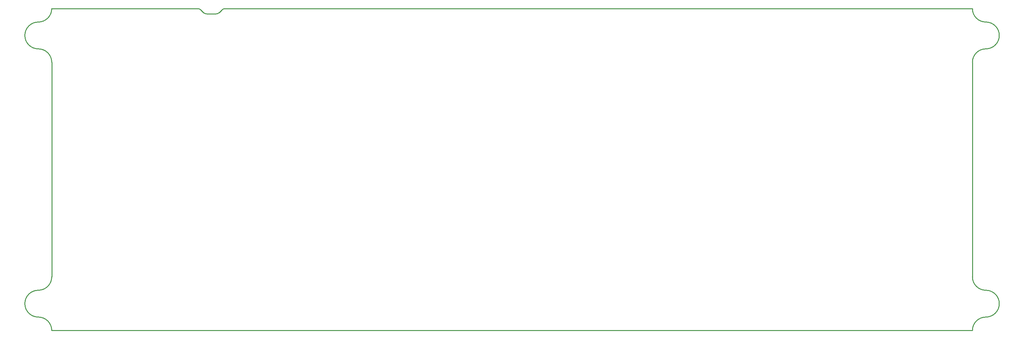
<source format=gm1>
G04*
G04 #@! TF.GenerationSoftware,Altium Limited,Altium Designer,22.2.1 (43)*
G04*
G04 Layer_Color=16711935*
%FSLAX44Y44*%
%MOMM*%
G71*
G04*
G04 #@! TF.SameCoordinates,C2D7B67D-8841-428D-B263-7EF30795714A*
G04*
G04*
G04 #@! TF.FilePolarity,Positive*
G04*
G01*
G75*
%ADD10C,0.2540*%
D10*
X-36875Y405625D02*
G03*
X-73750Y368750I-0J-36875D01*
G01*
D02*
G03*
X-36875Y331875I36875J0D01*
G01*
X0Y295000D02*
G03*
X-36875Y331875I-36875J0D01*
G01*
Y405625D02*
G03*
X0Y442500I0J36875D01*
G01*
Y-442500D02*
G03*
X-36875Y-405625I-36875J0D01*
G01*
Y-331875D02*
G03*
X0Y-295000I0J36875D01*
G01*
X-36875Y-331875D02*
G03*
X-73750Y-368750I-0J-36875D01*
G01*
D02*
G03*
X-36875Y-405625I36875J0D01*
G01*
X2561875D02*
G03*
X2598750Y-368750I0J36875D01*
G01*
D02*
G03*
X2561875Y-331875I-36875J0D01*
G01*
X2525000Y-295000D02*
G03*
X2561875Y-331875I36875J0D01*
G01*
Y-405625D02*
G03*
X2525000Y-442500I-0J-36875D01*
G01*
Y442500D02*
G03*
X2561875Y405625I36875J0D01*
G01*
Y331875D02*
G03*
X2525000Y295000I-0J-36875D01*
G01*
X2561875Y331875D02*
G03*
X2598750Y368750I0J36875D01*
G01*
D02*
G03*
X2561875Y405625I-36875J0D01*
G01*
X450750Y428000D02*
G03*
X459286Y431535I0J12071D01*
G01*
X475250Y442500D02*
G03*
X466715Y438965I0J-12071D01*
G01*
X408786D02*
G03*
X400250Y442500I-8536J-8536D01*
G01*
X416214Y431535D02*
G03*
X424750Y428000I8536J8536D01*
G01*
X0Y-295000D02*
Y-0D01*
Y295000D01*
X2525000Y-0D02*
Y295000D01*
Y-295000D02*
Y-0D01*
X475250Y442500D02*
X2525000Y442500D01*
X0Y442500D02*
X400250Y442500D01*
X459286Y431536D02*
X466715Y438965D01*
X408786D02*
X416214Y431536D01*
X424750Y428000D02*
X437750D01*
X450750D01*
X0Y-442500D02*
X2525000Y-442500D01*
X-36875Y405625D02*
G03*
X-73750Y368750I-0J-36875D01*
G01*
D02*
G03*
X-36875Y331875I36875J0D01*
G01*
X0Y295000D02*
G03*
X-36875Y331875I-36875J0D01*
G01*
Y405625D02*
G03*
X0Y442500I0J36875D01*
G01*
Y-442500D02*
G03*
X-36875Y-405625I-36875J0D01*
G01*
Y-331875D02*
G03*
X0Y-295000I0J36875D01*
G01*
X-36875Y-331875D02*
G03*
X-73750Y-368750I-0J-36875D01*
G01*
D02*
G03*
X-36875Y-405625I36875J0D01*
G01*
X2561875D02*
G03*
X2598750Y-368750I0J36875D01*
G01*
D02*
G03*
X2561875Y-331875I-36875J0D01*
G01*
X2525000Y-295000D02*
G03*
X2561875Y-331875I36875J0D01*
G01*
Y-405625D02*
G03*
X2525000Y-442500I-0J-36875D01*
G01*
Y442500D02*
G03*
X2561875Y405625I36875J0D01*
G01*
Y331875D02*
G03*
X2525000Y295000I-0J-36875D01*
G01*
X2561875Y331875D02*
G03*
X2598750Y368750I0J36875D01*
G01*
D02*
G03*
X2561875Y405625I-36875J0D01*
G01*
X450750Y428000D02*
G03*
X459286Y431535I0J12071D01*
G01*
X475250Y442500D02*
G03*
X466715Y438965I0J-12071D01*
G01*
X408786D02*
G03*
X400250Y442500I-8536J-8536D01*
G01*
X416214Y431535D02*
G03*
X424750Y428000I8536J8536D01*
G01*
X0Y-295000D02*
Y-0D01*
Y295000D01*
X2525000Y-0D02*
Y295000D01*
Y-295000D02*
Y-0D01*
X475250Y442500D02*
X2525000Y442500D01*
X0Y442500D02*
X400250Y442500D01*
X459286Y431536D02*
X466715Y438965D01*
X408786D02*
X416214Y431536D01*
X424750Y428000D02*
X437750D01*
X450750D01*
X0Y-442500D02*
X2525000Y-442500D01*
M02*

</source>
